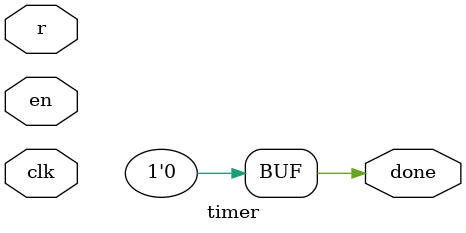
<source format=v>
module timer(clk,r,en,done);
  parameter n=10;      // time 
  parameter counter_bits=2;
  input clk,r,en;
  output done;
  reg[counter_bits:1] q=0;
    assign done=en&&(q==(n-1)); // the end of time
	always @(posedge clk)
	  begin 
	    if(r) q=0;    			// Synchronous zero
		else if(en)  q=q+1;     // counting when en=1
		else q=q;  	  		    // state maintence when en=0
	  end
endmodule 
</source>
